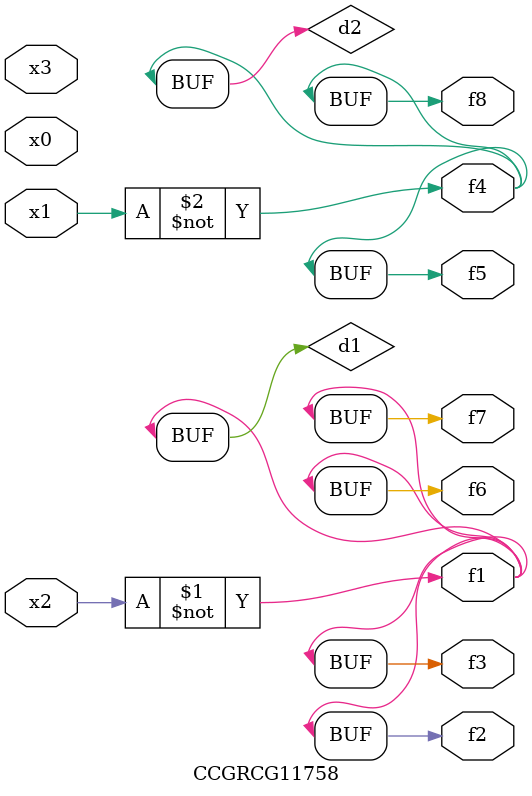
<source format=v>
module CCGRCG11758(
	input x0, x1, x2, x3,
	output f1, f2, f3, f4, f5, f6, f7, f8
);

	wire d1, d2;

	xnor (d1, x2);
	not (d2, x1);
	assign f1 = d1;
	assign f2 = d1;
	assign f3 = d1;
	assign f4 = d2;
	assign f5 = d2;
	assign f6 = d1;
	assign f7 = d1;
	assign f8 = d2;
endmodule

</source>
